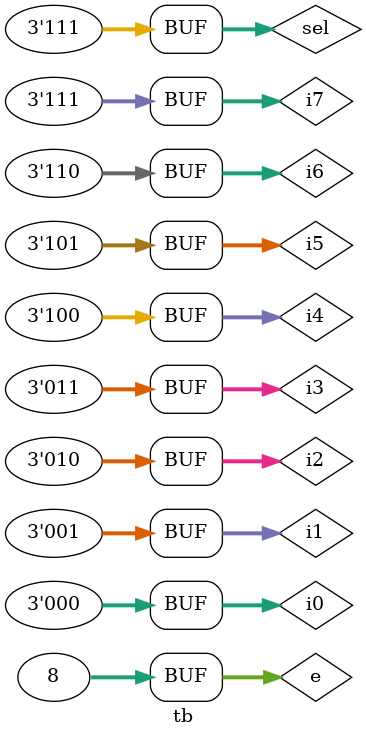
<source format=v>
`include "8x1_3_4x1.v"
module tb;

reg [2:0] i0,i1,i2,i3,i4,i5,i6,i7;
wire [2:0] y;
reg [2:0] sel;
integer e;

mux_8x1 dut(i0,i1,i2,i3,i4,i5,i6,i7,sel,y);


initial begin
i0=3'd0;
i1=3'd1;
i2=3'd2;
i3=3'd3;
i4=3'd4;
i5=3'd5;
i6=3'd6;
i7=3'd7;


		for(e=0;e<=7;e=e+1) begin
		sel = e;
		//#2;
		//$display("%0t : i0=%b i1=%b i2=%b i3=%b i4=%b i5=%b i6=%b i7=%b sel=%b y=%b", $time,  i0, i1, i2, i3,i4, i5,i6,i7,sel[2:0], y);

	 end	

end
initial begin
	$monitor("%0t : i0=%b i1=%b i2=%b i3=%b i4=%b i5=%b i6=%b i7=%b sel=%b y=%b", $time,  i0, i1, i2, i3,i4, i5,i6,i7,sel[2:0], y);
end
endmodule


</source>
